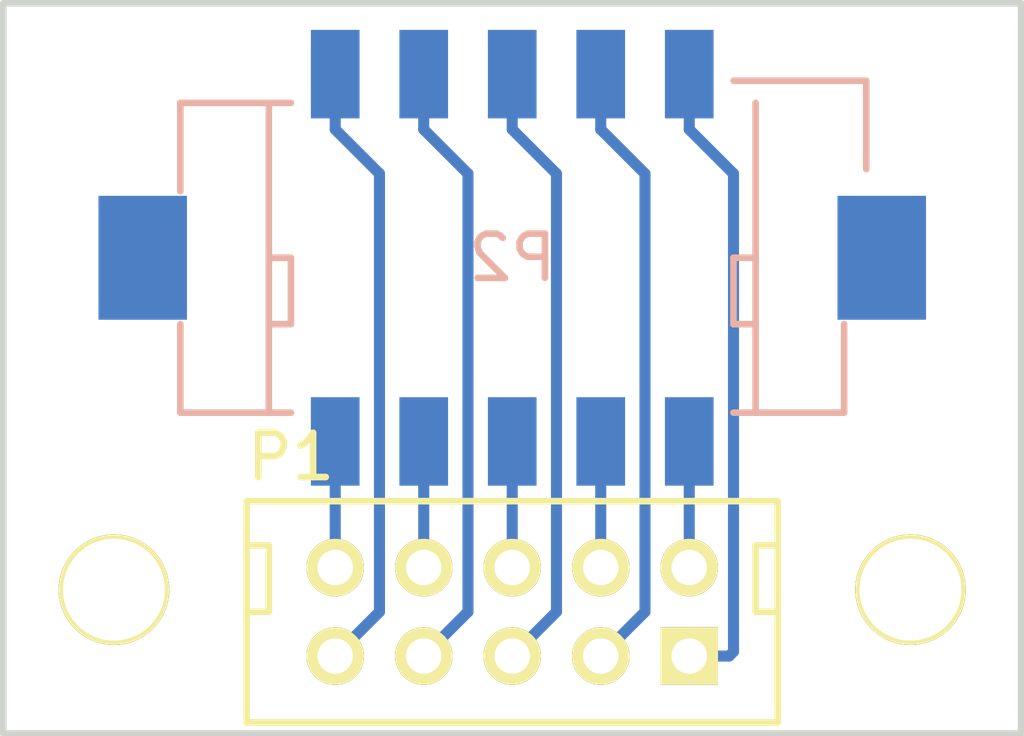
<source format=kicad_pcb>
(kicad_pcb (version 4) (host pcbnew no-vcs-found-product)

  (general
    (links 10)
    (no_connects 0)
    (area 135.201191 107.674999 161.79881 126.0925)
    (thickness 1.6)
    (drawings 4)
    (tracks 26)
    (zones 0)
    (modules 4)
    (nets 11)
  )

  (page A4)
  (layers
    (0 F.Cu signal)
    (31 B.Cu signal)
    (32 B.Adhes user)
    (33 F.Adhes user)
    (34 B.Paste user)
    (35 F.Paste user)
    (36 B.SilkS user)
    (37 F.SilkS user)
    (38 B.Mask user)
    (39 F.Mask user)
    (40 Dwgs.User user)
    (41 Cmts.User user)
    (42 Eco1.User user)
    (43 Eco2.User user)
    (44 Edge.Cuts user)
    (45 Margin user)
    (46 B.CrtYd user)
    (47 F.CrtYd user)
    (48 B.Fab user)
    (49 F.Fab user)
  )

  (setup
    (last_trace_width 0.25)
    (user_trace_width 0.4)
    (trace_clearance 0.2)
    (zone_clearance 0.508)
    (zone_45_only no)
    (trace_min 0.2)
    (segment_width 0.2)
    (edge_width 0.15)
    (via_size 0.6)
    (via_drill 0.4)
    (via_min_size 0.4)
    (via_min_drill 0.3)
    (uvia_size 0.3)
    (uvia_drill 0.1)
    (uvias_allowed no)
    (uvia_min_size 0.2)
    (uvia_min_drill 0.1)
    (pcb_text_width 0.3)
    (pcb_text_size 1.5 1.5)
    (mod_edge_width 0.15)
    (mod_text_size 1 1)
    (mod_text_width 0.15)
    (pad_size 2.5 2.5)
    (pad_drill 2.3)
    (pad_to_mask_clearance 0.2)
    (aux_axis_origin 0 0)
    (visible_elements FFFFFF7F)
    (pcbplotparams
      (layerselection 0x01000_fffffffe)
      (usegerberextensions false)
      (excludeedgelayer false)
      (linewidth 0.100000)
      (plotframeref false)
      (viasonmask false)
      (mode 1)
      (useauxorigin false)
      (hpglpennumber 1)
      (hpglpenspeed 20)
      (hpglpendiameter 15)
      (psnegative false)
      (psa4output false)
      (plotreference true)
      (plotvalue true)
      (plotinvisibletext false)
      (padsonsilk false)
      (subtractmaskfromsilk false)
      (outputformat 5)
      (mirror false)
      (drillshape 2)
      (scaleselection 1)
      (outputdirectory gerber))
  )

  (net 0 "")
  (net 1 "Net-(P1-Pad7)")
  (net 2 "Net-(P1-Pad6)")
  (net 3 "Net-(P1-Pad5)")
  (net 4 "Net-(P1-Pad1)")
  (net 5 "Net-(P1-Pad3)")
  (net 6 "Net-(P1-Pad2)")
  (net 7 "Net-(P1-Pad4)")
  (net 8 "Net-(P1-Pad8)")
  (net 9 "Net-(P1-Pad9)")
  (net 10 "Net-(P1-Pad10)")

  (net_class Default "This is the default net class."
    (clearance 0.2)
    (trace_width 0.25)
    (via_dia 0.6)
    (via_drill 0.4)
    (uvia_dia 0.3)
    (uvia_drill 0.1)
    (add_net "Net-(P1-Pad1)")
    (add_net "Net-(P1-Pad10)")
    (add_net "Net-(P1-Pad2)")
    (add_net "Net-(P1-Pad3)")
    (add_net "Net-(P1-Pad4)")
    (add_net "Net-(P1-Pad5)")
    (add_net "Net-(P1-Pad6)")
    (add_net "Net-(P1-Pad7)")
    (add_net "Net-(P1-Pad8)")
    (add_net "Net-(P1-Pad9)")
  )

  (module hrs-df11:hrs-df11c-10dp-2v (layer B.Cu) (tedit 56D05D68) (tstamp 56D05D64)
    (at 148.5 113.5)
    (path /56D05CE2)
    (fp_text reference P2 (at 0 0) (layer B.SilkS)
      (effects (font (size 1 1) (thickness 0.15)) (justify mirror))
    )
    (fp_text value CONN_5X2 (at -9 8.5) (layer B.Fab) hide
      (effects (font (size 1 1) (thickness 0.15)) (justify mirror))
    )
    (fp_line (start -7.5 -1.5) (end -7.5 -3.5) (layer B.SilkS) (width 0.15))
    (fp_line (start -7.5 -3.5) (end -5 -3.5) (layer B.SilkS) (width 0.15))
    (fp_line (start -5 3.5) (end -7.5 3.5) (layer B.SilkS) (width 0.15))
    (fp_line (start -7.5 3.5) (end -7.5 1.5) (layer B.SilkS) (width 0.15))
    (fp_line (start 7.5 1.5) (end 7.5 3.5) (layer B.SilkS) (width 0.15))
    (fp_line (start 7.5 3.5) (end 5 3.5) (layer B.SilkS) (width 0.15))
    (fp_line (start 5 -4) (end 8 -4) (layer B.SilkS) (width 0.15))
    (fp_line (start 8 -4) (end 8 -2) (layer B.SilkS) (width 0.15))
    (fp_line (start 5.5 -3.5) (end 5.5 3.5) (layer B.SilkS) (width 0.15))
    (fp_line (start -5.5 3.5) (end -5.5 -3.5) (layer B.SilkS) (width 0.15))
    (fp_line (start 5.5 1.5) (end 5 1.5) (layer B.SilkS) (width 0.15))
    (fp_line (start 5 1.5) (end 5 0) (layer B.SilkS) (width 0.15))
    (fp_line (start 5 0) (end 5.5 0) (layer B.SilkS) (width 0.15))
    (fp_line (start -5.5 1.5) (end -5 1.5) (layer B.SilkS) (width 0.15))
    (fp_line (start -5 1.5) (end -5 0) (layer B.SilkS) (width 0.15))
    (fp_line (start -5 0) (end -5.5 0) (layer B.SilkS) (width 0.15))
    (pad "" smd rect (at 8.35 0) (size 2 2.8) (layers B.Cu B.Paste B.Mask))
    (pad "" smd rect (at -8.35 0) (size 2 2.8) (layers B.Cu B.Paste B.Mask))
    (pad 6 smd rect (at 0 4.15) (size 1.1 2) (layers B.Cu B.Paste B.Mask)
      (net 2 "Net-(P1-Pad6)"))
    (pad 4 smd rect (at 2 4.15) (size 1.1 2) (layers B.Cu B.Paste B.Mask)
      (net 7 "Net-(P1-Pad4)"))
    (pad 2 smd rect (at 4 4.15) (size 1.1 2) (layers B.Cu B.Paste B.Mask)
      (net 6 "Net-(P1-Pad2)"))
    (pad 1 smd rect (at 4 -4.15) (size 1.1 2) (layers B.Cu B.Paste B.Mask)
      (net 4 "Net-(P1-Pad1)"))
    (pad 3 smd rect (at 2 -4.15) (size 1.1 2) (layers B.Cu B.Paste B.Mask)
      (net 5 "Net-(P1-Pad3)"))
    (pad 5 smd rect (at 0 -4.15) (size 1.1 2) (layers B.Cu B.Paste B.Mask)
      (net 3 "Net-(P1-Pad5)"))
    (pad 7 smd rect (at -2 -4.15) (size 1.1 2) (layers B.Cu B.Paste B.Mask)
      (net 1 "Net-(P1-Pad7)"))
    (pad 9 smd rect (at -4 -4.15) (size 1.1 2) (layers B.Cu B.Paste B.Mask)
      (net 9 "Net-(P1-Pad9)"))
    (pad 8 smd rect (at -2 4.15) (size 1.1 2) (layers B.Cu B.Paste B.Mask)
      (net 8 "Net-(P1-Pad8)"))
    (pad 10 smd rect (at -4 4.15) (size 1.1 2) (layers B.Cu B.Paste B.Mask)
      (net 10 "Net-(P1-Pad10)"))
    (model ../../../../../home/liknus/git/hrs-df11-library/hrs-df11.3dshapes/hrs-df11c-10dp-2v.wrl
      (at (xyz 0 0 0))
      (scale (xyz 0.3937 0.3937 0.3937))
      (rotate (xyz 0 0 0))
    )
  )

  (module hrs-df11:hrs-df11-10dp-2dsa (layer F.Cu) (tedit 56D05EEA) (tstamp 56D05D54)
    (at 148.5 121.5)
    (path /56D05C79)
    (fp_text reference P1 (at -5 -3.5) (layer F.SilkS)
      (effects (font (size 1 1) (thickness 0.15)))
    )
    (fp_text value CONN_5X2 (at 0 3.5) (layer F.Fab) hide
      (effects (font (size 1 1) (thickness 0.15)))
    )
    (fp_line (start -6 2.5) (end 6 2.5) (layer F.SilkS) (width 0.15))
    (fp_line (start -6 -2.5) (end 6 -2.5) (layer F.SilkS) (width 0.15))
    (fp_line (start 6 -1.5) (end 5.5 -1.5) (layer F.SilkS) (width 0.15))
    (fp_line (start 5.5 -1.5) (end 5.5 0) (layer F.SilkS) (width 0.15))
    (fp_line (start 5.5 0) (end 6 0) (layer F.SilkS) (width 0.15))
    (fp_line (start -6 -1.5) (end -5.5 -1.5) (layer F.SilkS) (width 0.15))
    (fp_line (start -5.5 -1.5) (end -5.5 0) (layer F.SilkS) (width 0.15))
    (fp_line (start -5.5 0) (end -6 0) (layer F.SilkS) (width 0.15))
    (fp_line (start 6 -2.5) (end 6 2.5) (layer F.SilkS) (width 0.15))
    (fp_line (start -6 2.5) (end -6 -2.5) (layer F.SilkS) (width 0.15))
    (pad 1 thru_hole rect (at 4 1) (size 1.3 1.3) (drill 0.8) (layers *.Cu *.Mask F.SilkS)
      (net 4 "Net-(P1-Pad1)"))
    (pad 2 thru_hole circle (at 4 -1) (size 1.3 1.3) (drill 0.8) (layers *.Cu *.Mask F.SilkS)
      (net 6 "Net-(P1-Pad2)"))
    (pad 3 thru_hole circle (at 2 1) (size 1.3 1.3) (drill 0.8) (layers *.Cu *.Mask F.SilkS)
      (net 5 "Net-(P1-Pad3)"))
    (pad 4 thru_hole circle (at 2 -1) (size 1.3 1.3) (drill 0.8) (layers *.Cu *.Mask F.SilkS)
      (net 7 "Net-(P1-Pad4)"))
    (pad 5 thru_hole circle (at 0 1) (size 1.3 1.3) (drill 0.8) (layers *.Cu *.Mask F.SilkS)
      (net 3 "Net-(P1-Pad5)"))
    (pad 6 thru_hole circle (at 0 -1) (size 1.3 1.3) (drill 0.8) (layers *.Cu *.Mask F.SilkS)
      (net 2 "Net-(P1-Pad6)"))
    (pad 7 thru_hole circle (at -2 1) (size 1.3 1.3) (drill 0.8) (layers *.Cu *.Mask F.SilkS)
      (net 1 "Net-(P1-Pad7)"))
    (pad 8 thru_hole circle (at -2 -1) (size 1.3 1.3) (drill 0.8) (layers *.Cu *.Mask F.SilkS)
      (net 8 "Net-(P1-Pad8)"))
    (pad 9 thru_hole circle (at -4 1) (size 1.3 1.3) (drill 0.8) (layers *.Cu *.Mask F.SilkS)
      (net 9 "Net-(P1-Pad9)"))
    (pad 10 thru_hole circle (at -4 -1) (size 1.3 1.3) (drill 0.8) (layers *.Cu *.Mask F.SilkS)
      (net 10 "Net-(P1-Pad10)"))
    (model ../../../../../home/liknus/git/hrs-df11-library/hrs-df11.3dshapes/hrs-df11-10dp-2dsa.wrl
      (at (xyz 0 0 0))
      (scale (xyz 0.3937 0.3937 0.3937))
      (rotate (xyz 0 0 0))
    )
  )

  (module holes:2mm-hole (layer F.Cu) (tedit 5728FC2A) (tstamp 56D06037)
    (at 157.5 121)
    (fp_text reference REF** (at 0 -2.5) (layer F.SilkS) hide
      (effects (font (size 1 1) (thickness 0.15)))
    )
    (fp_text value 2mm-hole (at 0 2) (layer F.Fab) hide
      (effects (font (size 1 1) (thickness 0.15)))
    )
    (pad 1 thru_hole circle (at 0 0) (size 2.5 2.5) (drill 2.3) (layers *.Cu *.Mask F.SilkS))
  )

  (module holes:2mm-hole (layer F.Cu) (tedit 5728FC30) (tstamp 56D06233)
    (at 139.5 121)
    (fp_text reference REF** (at 0 -2.5) (layer F.SilkS) hide
      (effects (font (size 1 1) (thickness 0.15)))
    )
    (fp_text value 2mm-hole (at 0 2) (layer F.Fab) hide
      (effects (font (size 1 1) (thickness 0.15)))
    )
    (pad 1 thru_hole circle (at 0 0) (size 2.5 2.5) (drill 2.3) (layers *.Cu *.Mask F.SilkS))
  )

  (gr_line (start 137 124.25) (end 160 124.25) (layer Edge.Cuts) (width 0.15))
  (gr_line (start 137 107.75) (end 137 124.25) (layer Edge.Cuts) (width 0.15))
  (gr_line (start 160 107.75) (end 137 107.75) (layer Edge.Cuts) (width 0.15))
  (gr_line (start 160 124.25) (end 160 107.75) (layer Edge.Cuts) (width 0.15))

  (segment (start 146.5 122.5) (end 147.5 121.5) (width 0.25) (layer B.Cu) (net 1))
  (segment (start 147.5 121.5) (end 147.5 111.6) (width 0.25) (layer B.Cu) (net 1))
  (segment (start 147.5 111.6) (end 146.5 110.6) (width 0.25) (layer B.Cu) (net 1))
  (segment (start 146.5 110.6) (end 146.5 109.35) (width 0.25) (layer B.Cu) (net 1))
  (segment (start 148.5 120.5) (end 148.5 117.65) (width 0.25) (layer B.Cu) (net 2))
  (segment (start 148.5 122.5) (end 149.5 121.5) (width 0.25) (layer B.Cu) (net 3))
  (segment (start 149.5 121.5) (end 149.5 111.6) (width 0.25) (layer B.Cu) (net 3))
  (segment (start 149.5 111.6) (end 148.5 110.6) (width 0.25) (layer B.Cu) (net 3))
  (segment (start 148.5 110.6) (end 148.5 109.35) (width 0.25) (layer B.Cu) (net 3))
  (segment (start 152.5 122.5) (end 153.4 122.5) (width 0.25) (layer B.Cu) (net 4))
  (segment (start 153.4 122.5) (end 153.5 122.4) (width 0.25) (layer B.Cu) (net 4))
  (segment (start 153.5 122.4) (end 153.5 111.6) (width 0.25) (layer B.Cu) (net 4))
  (segment (start 153.5 111.6) (end 152.5 110.6) (width 0.25) (layer B.Cu) (net 4))
  (segment (start 152.5 110.6) (end 152.5 109.35) (width 0.25) (layer B.Cu) (net 4))
  (segment (start 150.5 122.5) (end 151.5 121.5) (width 0.25) (layer B.Cu) (net 5))
  (segment (start 151.5 121.5) (end 151.5 111.6) (width 0.25) (layer B.Cu) (net 5))
  (segment (start 151.5 111.6) (end 150.5 110.6) (width 0.25) (layer B.Cu) (net 5))
  (segment (start 150.5 110.6) (end 150.5 109.35) (width 0.25) (layer B.Cu) (net 5))
  (segment (start 152.5 120.5) (end 152.5 117.65) (width 0.25) (layer B.Cu) (net 6))
  (segment (start 150.5 120.5) (end 150.5 117.65) (width 0.25) (layer B.Cu) (net 7))
  (segment (start 146.5 120.5) (end 146.5 117.65) (width 0.25) (layer B.Cu) (net 8))
  (segment (start 144.5 122.5) (end 145.5 121.5) (width 0.25) (layer B.Cu) (net 9))
  (segment (start 145.5 121.5) (end 145.5 111.6) (width 0.25) (layer B.Cu) (net 9))
  (segment (start 145.5 111.6) (end 144.5 110.6) (width 0.25) (layer B.Cu) (net 9))
  (segment (start 144.5 110.6) (end 144.5 109.35) (width 0.25) (layer B.Cu) (net 9))
  (segment (start 144.5 120.5) (end 144.5 117.65) (width 0.25) (layer B.Cu) (net 10))

)

</source>
